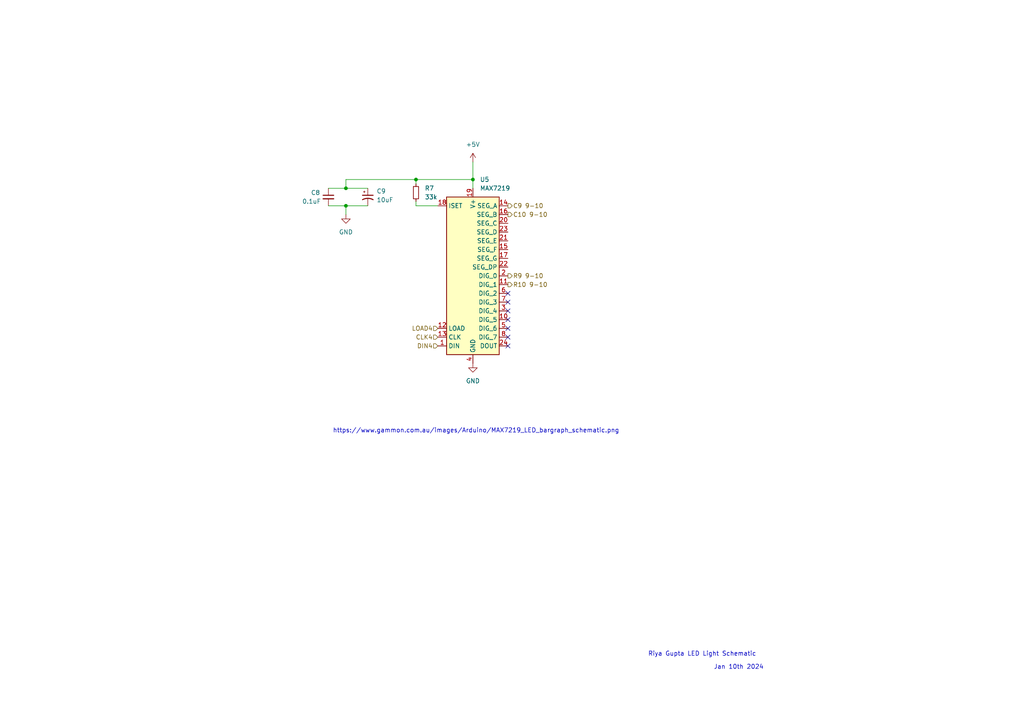
<source format=kicad_sch>
(kicad_sch (version 20211123) (generator eeschema)
  (paper "A4")
  (lib_symbols
    (symbol "Device:C_Polarized_Small_US" (pin_numbers hide) (pin_names (offset 0.254) hide)
      (property "Reference" "C" (at 0.254 1.778 0))
      (property "Value" "C_Polarized_Small_US" (at 0.254 -2.032 0))
      (symbol "C_Polarized_Small_US_0_1"
        (polyline (pts (xy -1.524 0.508) (xy 1.524 0.508)) (stroke (width 0.3048)))
        (polyline (pts (xy -1.27 1.524) (xy -0.762 1.524)))
        (polyline (pts (xy -1.016 1.27) (xy -1.016 1.778)))
        (arc (start 1.524 -0.762) (mid 0 -0.3734) (end -1.524 -0.762) (stroke (width 0.3048)))
      )
      (symbol "C_Polarized_Small_US_1_1"
        (pin passive line (at 0 2.54 270) (length 2.032) (name "~") (number "1"))
        (pin passive line (at 0 -2.54 90) (length 2.032) (name "~") (number "2"))
      )
    )
    (symbol "Device:C_Small" (pin_numbers hide) (pin_names (offset 0.254) hide)
      (property "Reference" "C" (at 0.254 1.778 0))
      (property "Value" "C_Small" (at 0.254 -2.032 0))
      (symbol "C_Small_0_1"
        (polyline (pts (xy -1.524 -0.508) (xy 1.524 -0.508)) (stroke (width 0.3302)))
        (polyline (pts (xy -1.524 0.508) (xy 1.524 0.508)) (stroke (width 0.3048)))
      )
      (symbol "C_Small_1_1"
        (pin passive line (at 0 2.54 270) (length 2.032) (name "~") (number "1"))
        (pin passive line (at 0 -2.54 90) (length 2.032) (name "~") (number "2"))
      )
    )
    (symbol "Device:R_Small" (pin_numbers hide) (pin_names (offset 0.254) hide)
      (property "Reference" "R" (at 0.762 0.508 0))
      (property "Value" "R_Small" (at 0.762 -1.016 0))
      (symbol "R_Small_0_1"
        (rectangle (start -0.762 1.778) (end 0.762 -1.778) (stroke (width 0.2032)))
      )
      (symbol "R_Small_1_1"
        (pin passive line (at 0 2.54 270) (length 0.762) (name "~") (number "1"))
        (pin passive line (at 0 -2.54 90) (length 0.762) (name "~") (number "2"))
      )
    )
    (symbol "Driver_LED:MAX7219"
      (property "Reference" "U" (at -6.35 24.13 0))
      (property "Value" "MAX7219" (at 1.27 25.4 0))
      (symbol "MAX7219_0_1"
        (rectangle (start -7.62 22.86) (end 7.62 -22.86) (stroke (width 0.254)) (fill (type background)))
      )
      (symbol "MAX7219_1_1"
        (pin input line (at -10.16 -20.32 0) (length 2.54) (name "DIN") (number "1"))
        (pin output line (at 10.16 -12.7 180) (length 2.54) (name "DIG_5") (number "10"))
        (pin output line (at 10.16 -2.54 180) (length 2.54) (name "DIG_1") (number "11"))
        (pin input line (at -10.16 -15.24 0) (length 2.54) (name "LOAD") (number "12"))
        (pin input line (at -10.16 -17.78 0) (length 2.54) (name "CLK") (number "13"))
        (pin output line (at 10.16 20.32 180) (length 2.54) (name "SEG_A") (number "14"))
        (pin output line (at 10.16 7.62 180) (length 2.54) (name "SEG_F") (number "15"))
        (pin output line (at 10.16 17.78 180) (length 2.54) (name "SEG_B") (number "16"))
        (pin output line (at 10.16 5.08 180) (length 2.54) (name "SEG_G") (number "17"))
        (pin input line (at -10.16 20.32 0) (length 2.54) (name "ISET") (number "18"))
        (pin power_in line (at 0 25.4 270) (length 2.54) (name "V+") (number "19"))
        (pin output line (at 10.16 0 180) (length 2.54) (name "DIG_0") (number "2"))
        (pin output line (at 10.16 15.24 180) (length 2.54) (name "SEG_C") (number "20"))
        (pin output line (at 10.16 10.16 180) (length 2.54) (name "SEG_E") (number "21"))
        (pin output line (at 10.16 2.54 180) (length 2.54) (name "SEG_DP") (number "22"))
        (pin output line (at 10.16 12.7 180) (length 2.54) (name "SEG_D") (number "23"))
        (pin output line (at 10.16 -20.32 180) (length 2.54) (name "DOUT") (number "24"))
        (pin output line (at 10.16 -10.16 180) (length 2.54) (name "DIG_4") (number "3"))
        (pin power_in line (at 0 -25.4 90) (length 2.54) (name "GND") (number "4"))
        (pin output line (at 10.16 -15.24 180) (length 2.54) (name "DIG_6") (number "5"))
        (pin output line (at 10.16 -5.08 180) (length 2.54) (name "DIG_2") (number "6"))
        (pin output line (at 10.16 -7.62 180) (length 2.54) (name "DIG_3") (number "7"))
        (pin output line (at 10.16 -17.78 180) (length 2.54) (name "DIG_7") (number "8"))
        (pin passive line (at 0 -25.4 90) (length 2.54) hide (name "GND") (number "9"))
      )
    )
    (symbol "power:+5V" (power) (pin_names (offset 0))
      (property "Value" "+5V" (at 0 3.556 0))
      (symbol "+5V_0_1"
        (polyline (pts (xy -0.762 1.27) (xy 0 2.54)))
        (polyline (pts (xy 0 0) (xy 0 2.54)))
        (polyline (pts (xy 0 2.54) (xy 0.762 1.27)))
      )
      (symbol "+5V_1_1"
        (pin power_in line (at 0 0 90) (length 0) hide (name "+5V") (number "1"))
      )
    )
    (symbol "power:GND" (power) (pin_names (offset 0))
      (property "Value" "GND" (at 0 -3.81 0))
      (symbol "GND_0_1"
        (polyline (pts (xy 0 0) (xy 0 -1.27) (xy 1.27 -1.27) (xy 0 -2.54) (xy -1.27 -1.27) (xy 0 -1.27)))
      )
      (symbol "GND_1_1"
        (pin power_in line (at 0 0 270) (length 0) hide (name "GND") (number "1"))
      )
    )
  )
  (junction (at 137.16 52.07))
  (junction (at 100.33 59.69))
  (junction (at 100.33 54.61))
  (junction (at 120.65 52.07))
  (no_connect (at 147.32 85.09))
  (no_connect (at 147.32 97.79))
  (no_connect (at 147.32 87.63))
  (no_connect (at 147.32 90.17))
  (no_connect (at 147.32 95.25))
  (no_connect (at 147.32 92.71))
  (no_connect (at 147.32 100.33))
  (wire (pts (xy 95.25 59.69) (xy 100.33 59.69)))
  (wire (pts (xy 100.33 52.07) (xy 100.33 54.61)))
  (wire (pts (xy 95.25 54.61) (xy 100.33 54.61)))
  (wire (pts (xy 120.65 58.42) (xy 120.65 59.69)))
  (wire (pts (xy 137.16 46.99) (xy 137.16 52.07)))
  (wire (pts (xy 120.65 52.07) (xy 137.16 52.07)))
  (wire (pts (xy 100.33 59.69) (xy 100.33 62.23)))
  (wire (pts (xy 120.65 53.34) (xy 120.65 52.07)))
  (wire (pts (xy 120.65 59.69) (xy 127 59.69)))
  (wire (pts (xy 137.16 52.07) (xy 137.16 54.61)))
  (wire (pts (xy 100.33 59.69) (xy 106.68 59.69)))
  (wire (pts (xy 100.33 54.61) (xy 106.68 54.61)))
  (wire (pts (xy 100.33 52.07) (xy 120.65 52.07)))
  (text "https://www.gammon.com.au/images/Arduino/MAX7219_LED_bargraph_schematic.png" (at 96.52 125.73 0) (effects (font (size 1.27 1.27)) (justify left bottom)))
  (text "Jan 10th 2024" (at 207.01 194.31 0) (effects (font (size 1.27 1.27)) (justify left bottom)))
  (text "Riya Gupta LED Light Schematic" (at 187.96 190.5 0) (effects (font (size 1.27 1.27)) (justify left bottom)))
  (hierarchical_label "C10 9-10" (shape output) (at 147.32 62.23 0))
  (hierarchical_label "R9 9-10" (shape output) (at 147.32 80.01 0))
  (hierarchical_label "DIN4" (shape input) (at 127 100.33 180))
  (hierarchical_label "LOAD4" (shape input) (at 127 95.25 180))
  (hierarchical_label "R10 9-10" (shape output) (at 147.32 82.55 0))
  (hierarchical_label "C9 9-10" (shape output) (at 147.32 59.69 0))
  (hierarchical_label "CLK4" (shape input) (at 127 97.79 180))
  (symbol (lib_id "Device:C_Small") (at 95.25 57.15 0) (unit 1)
    (property "Reference" "C8" (at 90.17 55.88 0) (effects (justify left)))
    (property "Value" "0.1uF" (at 87.63 58.42 0) (effects (justify left)))
  )
  (symbol (lib_id "power:GND") (at 100.33 62.23 0) (unit 1)
    (property "Reference" "#PWR?" (effects hide))
    (property "Value" "GND" (at 100.33 67.31 0))
  )
  (symbol (lib_id "Device:C_Polarized_Small_US") (at 106.68 57.15 0) (unit 1)
    (property "Reference" "C9" (at 109.22 55.4481 0) (effects (justify left)))
    (property "Value" "10uF" (at 109.22 57.9881 0) (effects (justify left)))
  )
  (symbol (lib_id "power:+5V") (at 137.16 46.99 0) (unit 1)
    (property "Reference" "#PWR?" (effects hide))
    (property "Value" "+5V" (at 137.16 41.91 0))
  )
  (symbol (lib_id "Driver_LED:MAX7219") (at 137.16 80.01 0) (unit 1)
    (property "Reference" "U5" (at 139.1794 52.07 0) (effects (justify left)))
    (property "Value" "MAX7219" (at 139.1794 54.61 0) (effects (justify left)))
    (property "Datasheet" "https://datasheets.maximintegrated.com/en/ds/MAX7219-MAX7221.pdf" (effects hide))
  )
  (symbol (lib_id "power:GND") (at 137.16 105.41 0) (unit 1)
    (property "Reference" "#PWR?" (effects hide))
    (property "Value" "GND" (at 137.16 110.49 0))
  )
  (symbol (lib_id "Device:R_Small") (at 120.65 55.88 0) (unit 1)
    (property "Reference" "R7" (at 123.19 54.6099 0) (effects (justify left)))
    (property "Value" "33k" (at 123.19 57.1499 0) (effects (justify left)))
  )
)
</source>
